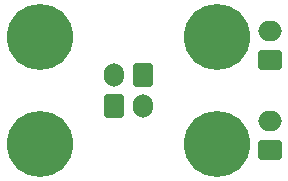
<source format=gbr>
%TF.GenerationSoftware,KiCad,Pcbnew,(6.0.6)*%
%TF.CreationDate,2022-08-22T03:32:16+02:00*%
%TF.ProjectId,fan_pcb,66616e5f-7063-4622-9e6b-696361645f70,rev?*%
%TF.SameCoordinates,Original*%
%TF.FileFunction,Soldermask,Top*%
%TF.FilePolarity,Negative*%
%FSLAX46Y46*%
G04 Gerber Fmt 4.6, Leading zero omitted, Abs format (unit mm)*
G04 Created by KiCad (PCBNEW (6.0.6)) date 2022-08-22 03:32:16*
%MOMM*%
%LPD*%
G01*
G04 APERTURE LIST*
G04 Aperture macros list*
%AMRoundRect*
0 Rectangle with rounded corners*
0 $1 Rounding radius*
0 $2 $3 $4 $5 $6 $7 $8 $9 X,Y pos of 4 corners*
0 Add a 4 corners polygon primitive as box body*
4,1,4,$2,$3,$4,$5,$6,$7,$8,$9,$2,$3,0*
0 Add four circle primitives for the rounded corners*
1,1,$1+$1,$2,$3*
1,1,$1+$1,$4,$5*
1,1,$1+$1,$6,$7*
1,1,$1+$1,$8,$9*
0 Add four rect primitives between the rounded corners*
20,1,$1+$1,$2,$3,$4,$5,0*
20,1,$1+$1,$4,$5,$6,$7,0*
20,1,$1+$1,$6,$7,$8,$9,0*
20,1,$1+$1,$8,$9,$2,$3,0*%
G04 Aperture macros list end*
%ADD10C,5.600000*%
%ADD11RoundRect,0.250000X-0.600000X-0.750000X0.600000X-0.750000X0.600000X0.750000X-0.600000X0.750000X0*%
%ADD12O,1.700000X2.000000*%
%ADD13RoundRect,0.250000X0.750000X-0.600000X0.750000X0.600000X-0.750000X0.600000X-0.750000X-0.600000X0*%
%ADD14O,2.000000X1.700000*%
%ADD15RoundRect,0.250000X0.600000X0.750000X-0.600000X0.750000X-0.600000X-0.750000X0.600000X-0.750000X0*%
G04 APERTURE END LIST*
D10*
%TO.C,REF\u002A\u002A*%
X39000000Y-23000000D03*
%TD*%
D11*
%TO.C,REF\u002A\u002A*%
X30250000Y-28800000D03*
D12*
X32750000Y-28800000D03*
%TD*%
D13*
%TO.C,REF\u002A\u002A*%
X43450000Y-24950000D03*
D14*
X43450000Y-22450000D03*
%TD*%
D15*
%TO.C,REF\u002A\u002A*%
X32750000Y-26200000D03*
D12*
X30250000Y-26200000D03*
%TD*%
D10*
%TO.C,REF\u002A\u002A*%
X24000000Y-23000000D03*
%TD*%
%TO.C,REF\u002A\u002A*%
X24000000Y-32000000D03*
%TD*%
%TO.C,REF\u002A\u002A*%
X39000000Y-32000000D03*
%TD*%
D13*
%TO.C,REF\u002A\u002A*%
X43450000Y-32550000D03*
D14*
X43450000Y-30050000D03*
%TD*%
M02*

</source>
